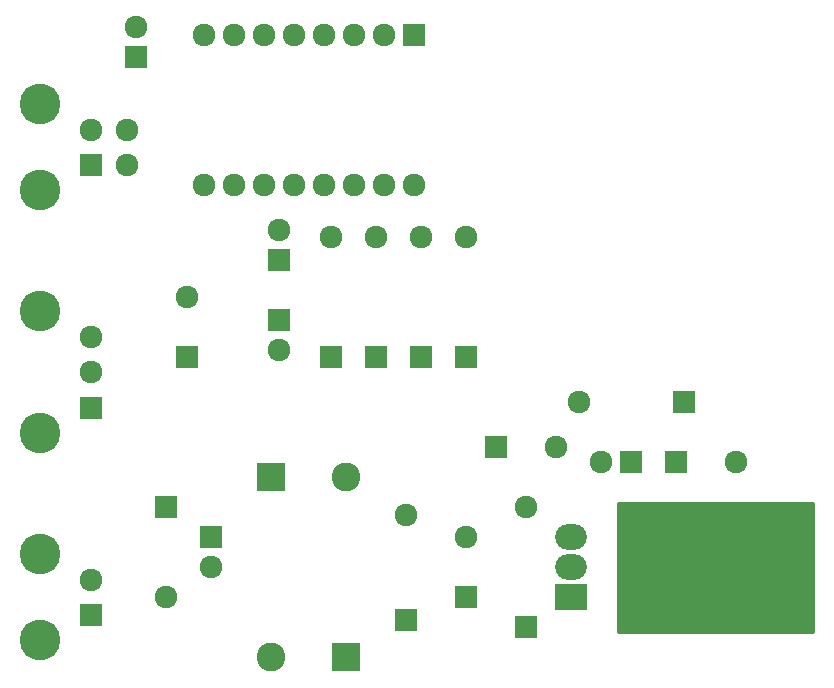
<source format=gbr>
G04 #@! TF.FileFunction,Soldermask,Bot*
%FSLAX46Y46*%
G04 Gerber Fmt 4.6, Leading zero omitted, Abs format (unit mm)*
G04 Created by KiCad (PCBNEW 4.0.4-stable) date 07/19/17 07:42:17*
%MOMM*%
%LPD*%
G01*
G04 APERTURE LIST*
%ADD10C,0.100000*%
%ADD11R,1.924000X1.924000*%
%ADD12C,1.924000*%
%ADD13C,3.448000*%
%ADD14O,3.900000X3.900000*%
%ADD15O,2.686000X2.178000*%
%ADD16R,2.686000X2.178000*%
%ADD17R,2.432000X2.432000*%
%ADD18C,2.432000*%
%ADD19C,0.254000*%
G04 APERTURE END LIST*
D10*
D11*
X113030000Y-86820000D03*
D12*
X113030000Y-80820000D03*
D13*
X108710000Y-88980000D03*
X108710000Y-78660000D03*
D12*
X113030000Y-83820000D03*
D11*
X113030000Y-66270000D03*
D12*
X113030000Y-63270000D03*
D13*
X108710000Y-68430000D03*
X108710000Y-61110000D03*
D12*
X116030000Y-66270000D03*
X116030000Y-63270000D03*
D11*
X113030000Y-104370000D03*
D12*
X113030000Y-101370000D03*
D13*
X108710000Y-106530000D03*
X108710000Y-99210000D03*
D14*
X170965000Y-100330000D03*
D15*
X153670000Y-97790000D03*
X153670000Y-100330000D03*
D16*
X153670000Y-102870000D03*
D11*
X163195000Y-86360000D03*
D12*
X154305000Y-86360000D03*
D11*
X139700000Y-104775000D03*
D12*
X139700000Y-95885000D03*
X123190000Y-100330000D03*
D11*
X123190000Y-97790000D03*
D12*
X116840000Y-54610000D03*
D11*
X116840000Y-57150000D03*
X144780000Y-102870000D03*
D12*
X144780000Y-97790000D03*
D11*
X147320000Y-90170000D03*
D12*
X152400000Y-90170000D03*
X156210000Y-91440000D03*
D11*
X158750000Y-91440000D03*
D12*
X128905000Y-81915000D03*
D11*
X128905000Y-79375000D03*
D12*
X128905000Y-71755000D03*
D11*
X128905000Y-74295000D03*
X121158000Y-82550000D03*
D12*
X121158000Y-77470000D03*
D17*
X128270000Y-92710000D03*
D18*
X128270000Y-107950000D03*
D17*
X134620000Y-107950000D03*
D18*
X134620000Y-92710000D03*
D11*
X149860000Y-105410000D03*
D12*
X149860000Y-95250000D03*
D11*
X162560000Y-91440000D03*
D12*
X167640000Y-91440000D03*
D11*
X119380000Y-95250000D03*
D12*
X119380000Y-102870000D03*
D11*
X144780000Y-82550000D03*
D12*
X144780000Y-72390000D03*
D11*
X140970000Y-82550000D03*
D12*
X140970000Y-72390000D03*
D11*
X137160000Y-82550000D03*
D12*
X137160000Y-72390000D03*
D11*
X133350000Y-82550000D03*
D12*
X133350000Y-72390000D03*
D11*
X140335000Y-55245000D03*
D12*
X140335000Y-67945000D03*
X132715000Y-55245000D03*
X135255000Y-55245000D03*
X137795000Y-55245000D03*
X132715000Y-67945000D03*
X135255000Y-67945000D03*
X137795000Y-67945000D03*
X130175000Y-67945000D03*
X127635000Y-67945000D03*
X125095000Y-67945000D03*
X130175000Y-55245000D03*
X127635000Y-55245000D03*
X125095000Y-55245000D03*
X122555000Y-55245000D03*
X122555000Y-67945000D03*
D19*
G36*
X174117000Y-105791000D02*
X157607000Y-105791000D01*
X157607000Y-94869000D01*
X174117000Y-94869000D01*
X174117000Y-105791000D01*
X174117000Y-105791000D01*
G37*
X174117000Y-105791000D02*
X157607000Y-105791000D01*
X157607000Y-94869000D01*
X174117000Y-94869000D01*
X174117000Y-105791000D01*
M02*

</source>
